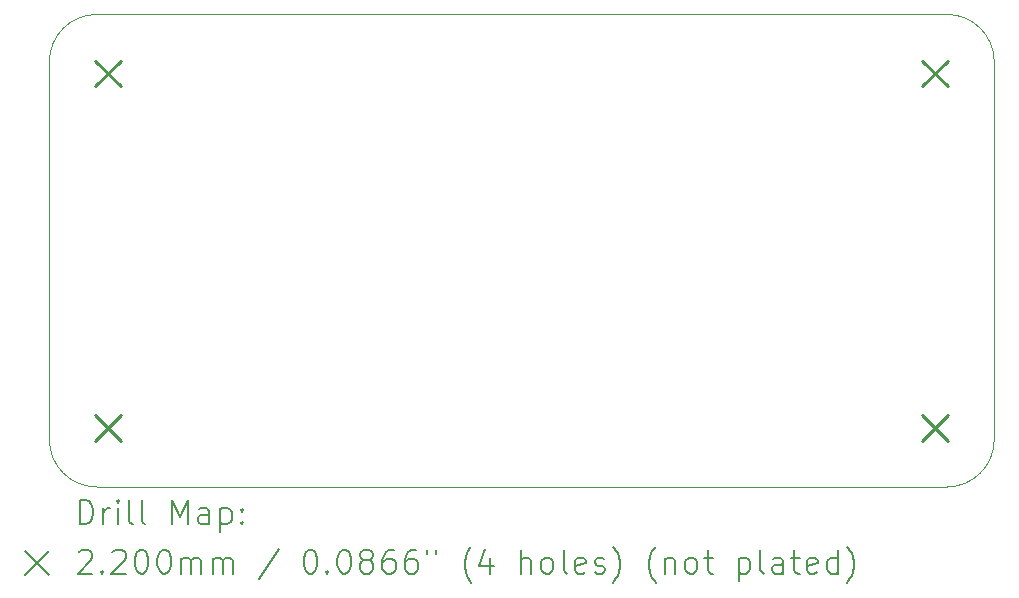
<source format=gbr>
%TF.GenerationSoftware,KiCad,Pcbnew,8.0.6-8.0.6-0~ubuntu24.04.1*%
%TF.CreationDate,2024-10-30T20:03:36+09:00*%
%TF.ProjectId,zatopos-ear-mic,7a61746f-706f-4732-9d65-61722d6d6963,rev?*%
%TF.SameCoordinates,Original*%
%TF.FileFunction,Drillmap*%
%TF.FilePolarity,Positive*%
%FSLAX45Y45*%
G04 Gerber Fmt 4.5, Leading zero omitted, Abs format (unit mm)*
G04 Created by KiCad (PCBNEW 8.0.6-8.0.6-0~ubuntu24.04.1) date 2024-10-30 20:03:36*
%MOMM*%
%LPD*%
G01*
G04 APERTURE LIST*
%ADD10C,0.050000*%
%ADD11C,0.200000*%
%ADD12C,0.220000*%
G04 APERTURE END LIST*
D10*
X18600000Y-8000000D02*
G75*
G02*
X19000000Y-8400000I0J-400000D01*
G01*
X11000000Y-8400000D02*
G75*
G02*
X11400000Y-8000000I400000J0D01*
G01*
X11400000Y-12000000D02*
G75*
G02*
X11000000Y-11600000I0J400000D01*
G01*
X19000000Y-11600000D02*
G75*
G02*
X18600000Y-12000000I-400000J0D01*
G01*
X11400000Y-8000000D02*
X18600000Y-8000000D01*
X18600000Y-12000000D02*
X11400000Y-12000000D01*
X11000000Y-8400000D02*
X11000000Y-11600000D01*
X19000000Y-8400000D02*
X19000000Y-11600000D01*
D11*
D12*
X11390000Y-8390000D02*
X11610000Y-8610000D01*
X11610000Y-8390000D02*
X11390000Y-8610000D01*
X11390000Y-11390000D02*
X11610000Y-11610000D01*
X11610000Y-11390000D02*
X11390000Y-11610000D01*
X18390000Y-8390000D02*
X18610000Y-8610000D01*
X18610000Y-8390000D02*
X18390000Y-8610000D01*
X18390000Y-11390000D02*
X18610000Y-11610000D01*
X18610000Y-11390000D02*
X18390000Y-11610000D01*
D11*
X11258277Y-12313984D02*
X11258277Y-12113984D01*
X11258277Y-12113984D02*
X11305896Y-12113984D01*
X11305896Y-12113984D02*
X11334467Y-12123508D01*
X11334467Y-12123508D02*
X11353515Y-12142555D01*
X11353515Y-12142555D02*
X11363039Y-12161603D01*
X11363039Y-12161603D02*
X11372562Y-12199698D01*
X11372562Y-12199698D02*
X11372562Y-12228269D01*
X11372562Y-12228269D02*
X11363039Y-12266365D01*
X11363039Y-12266365D02*
X11353515Y-12285412D01*
X11353515Y-12285412D02*
X11334467Y-12304460D01*
X11334467Y-12304460D02*
X11305896Y-12313984D01*
X11305896Y-12313984D02*
X11258277Y-12313984D01*
X11458277Y-12313984D02*
X11458277Y-12180650D01*
X11458277Y-12218746D02*
X11467801Y-12199698D01*
X11467801Y-12199698D02*
X11477324Y-12190174D01*
X11477324Y-12190174D02*
X11496372Y-12180650D01*
X11496372Y-12180650D02*
X11515420Y-12180650D01*
X11582086Y-12313984D02*
X11582086Y-12180650D01*
X11582086Y-12113984D02*
X11572562Y-12123508D01*
X11572562Y-12123508D02*
X11582086Y-12133031D01*
X11582086Y-12133031D02*
X11591610Y-12123508D01*
X11591610Y-12123508D02*
X11582086Y-12113984D01*
X11582086Y-12113984D02*
X11582086Y-12133031D01*
X11705896Y-12313984D02*
X11686848Y-12304460D01*
X11686848Y-12304460D02*
X11677324Y-12285412D01*
X11677324Y-12285412D02*
X11677324Y-12113984D01*
X11810658Y-12313984D02*
X11791610Y-12304460D01*
X11791610Y-12304460D02*
X11782086Y-12285412D01*
X11782086Y-12285412D02*
X11782086Y-12113984D01*
X12039229Y-12313984D02*
X12039229Y-12113984D01*
X12039229Y-12113984D02*
X12105896Y-12256841D01*
X12105896Y-12256841D02*
X12172562Y-12113984D01*
X12172562Y-12113984D02*
X12172562Y-12313984D01*
X12353515Y-12313984D02*
X12353515Y-12209222D01*
X12353515Y-12209222D02*
X12343991Y-12190174D01*
X12343991Y-12190174D02*
X12324943Y-12180650D01*
X12324943Y-12180650D02*
X12286848Y-12180650D01*
X12286848Y-12180650D02*
X12267801Y-12190174D01*
X12353515Y-12304460D02*
X12334467Y-12313984D01*
X12334467Y-12313984D02*
X12286848Y-12313984D01*
X12286848Y-12313984D02*
X12267801Y-12304460D01*
X12267801Y-12304460D02*
X12258277Y-12285412D01*
X12258277Y-12285412D02*
X12258277Y-12266365D01*
X12258277Y-12266365D02*
X12267801Y-12247317D01*
X12267801Y-12247317D02*
X12286848Y-12237793D01*
X12286848Y-12237793D02*
X12334467Y-12237793D01*
X12334467Y-12237793D02*
X12353515Y-12228269D01*
X12448753Y-12180650D02*
X12448753Y-12380650D01*
X12448753Y-12190174D02*
X12467801Y-12180650D01*
X12467801Y-12180650D02*
X12505896Y-12180650D01*
X12505896Y-12180650D02*
X12524943Y-12190174D01*
X12524943Y-12190174D02*
X12534467Y-12199698D01*
X12534467Y-12199698D02*
X12543991Y-12218746D01*
X12543991Y-12218746D02*
X12543991Y-12275888D01*
X12543991Y-12275888D02*
X12534467Y-12294936D01*
X12534467Y-12294936D02*
X12524943Y-12304460D01*
X12524943Y-12304460D02*
X12505896Y-12313984D01*
X12505896Y-12313984D02*
X12467801Y-12313984D01*
X12467801Y-12313984D02*
X12448753Y-12304460D01*
X12629705Y-12294936D02*
X12639229Y-12304460D01*
X12639229Y-12304460D02*
X12629705Y-12313984D01*
X12629705Y-12313984D02*
X12620182Y-12304460D01*
X12620182Y-12304460D02*
X12629705Y-12294936D01*
X12629705Y-12294936D02*
X12629705Y-12313984D01*
X12629705Y-12190174D02*
X12639229Y-12199698D01*
X12639229Y-12199698D02*
X12629705Y-12209222D01*
X12629705Y-12209222D02*
X12620182Y-12199698D01*
X12620182Y-12199698D02*
X12629705Y-12190174D01*
X12629705Y-12190174D02*
X12629705Y-12209222D01*
X10797500Y-12542500D02*
X10997500Y-12742500D01*
X10997500Y-12542500D02*
X10797500Y-12742500D01*
X11248753Y-12553031D02*
X11258277Y-12543508D01*
X11258277Y-12543508D02*
X11277324Y-12533984D01*
X11277324Y-12533984D02*
X11324943Y-12533984D01*
X11324943Y-12533984D02*
X11343991Y-12543508D01*
X11343991Y-12543508D02*
X11353515Y-12553031D01*
X11353515Y-12553031D02*
X11363039Y-12572079D01*
X11363039Y-12572079D02*
X11363039Y-12591127D01*
X11363039Y-12591127D02*
X11353515Y-12619698D01*
X11353515Y-12619698D02*
X11239229Y-12733984D01*
X11239229Y-12733984D02*
X11363039Y-12733984D01*
X11448753Y-12714936D02*
X11458277Y-12724460D01*
X11458277Y-12724460D02*
X11448753Y-12733984D01*
X11448753Y-12733984D02*
X11439229Y-12724460D01*
X11439229Y-12724460D02*
X11448753Y-12714936D01*
X11448753Y-12714936D02*
X11448753Y-12733984D01*
X11534467Y-12553031D02*
X11543991Y-12543508D01*
X11543991Y-12543508D02*
X11563039Y-12533984D01*
X11563039Y-12533984D02*
X11610658Y-12533984D01*
X11610658Y-12533984D02*
X11629705Y-12543508D01*
X11629705Y-12543508D02*
X11639229Y-12553031D01*
X11639229Y-12553031D02*
X11648753Y-12572079D01*
X11648753Y-12572079D02*
X11648753Y-12591127D01*
X11648753Y-12591127D02*
X11639229Y-12619698D01*
X11639229Y-12619698D02*
X11524943Y-12733984D01*
X11524943Y-12733984D02*
X11648753Y-12733984D01*
X11772562Y-12533984D02*
X11791610Y-12533984D01*
X11791610Y-12533984D02*
X11810658Y-12543508D01*
X11810658Y-12543508D02*
X11820182Y-12553031D01*
X11820182Y-12553031D02*
X11829705Y-12572079D01*
X11829705Y-12572079D02*
X11839229Y-12610174D01*
X11839229Y-12610174D02*
X11839229Y-12657793D01*
X11839229Y-12657793D02*
X11829705Y-12695888D01*
X11829705Y-12695888D02*
X11820182Y-12714936D01*
X11820182Y-12714936D02*
X11810658Y-12724460D01*
X11810658Y-12724460D02*
X11791610Y-12733984D01*
X11791610Y-12733984D02*
X11772562Y-12733984D01*
X11772562Y-12733984D02*
X11753515Y-12724460D01*
X11753515Y-12724460D02*
X11743991Y-12714936D01*
X11743991Y-12714936D02*
X11734467Y-12695888D01*
X11734467Y-12695888D02*
X11724943Y-12657793D01*
X11724943Y-12657793D02*
X11724943Y-12610174D01*
X11724943Y-12610174D02*
X11734467Y-12572079D01*
X11734467Y-12572079D02*
X11743991Y-12553031D01*
X11743991Y-12553031D02*
X11753515Y-12543508D01*
X11753515Y-12543508D02*
X11772562Y-12533984D01*
X11963039Y-12533984D02*
X11982086Y-12533984D01*
X11982086Y-12533984D02*
X12001134Y-12543508D01*
X12001134Y-12543508D02*
X12010658Y-12553031D01*
X12010658Y-12553031D02*
X12020182Y-12572079D01*
X12020182Y-12572079D02*
X12029705Y-12610174D01*
X12029705Y-12610174D02*
X12029705Y-12657793D01*
X12029705Y-12657793D02*
X12020182Y-12695888D01*
X12020182Y-12695888D02*
X12010658Y-12714936D01*
X12010658Y-12714936D02*
X12001134Y-12724460D01*
X12001134Y-12724460D02*
X11982086Y-12733984D01*
X11982086Y-12733984D02*
X11963039Y-12733984D01*
X11963039Y-12733984D02*
X11943991Y-12724460D01*
X11943991Y-12724460D02*
X11934467Y-12714936D01*
X11934467Y-12714936D02*
X11924943Y-12695888D01*
X11924943Y-12695888D02*
X11915420Y-12657793D01*
X11915420Y-12657793D02*
X11915420Y-12610174D01*
X11915420Y-12610174D02*
X11924943Y-12572079D01*
X11924943Y-12572079D02*
X11934467Y-12553031D01*
X11934467Y-12553031D02*
X11943991Y-12543508D01*
X11943991Y-12543508D02*
X11963039Y-12533984D01*
X12115420Y-12733984D02*
X12115420Y-12600650D01*
X12115420Y-12619698D02*
X12124943Y-12610174D01*
X12124943Y-12610174D02*
X12143991Y-12600650D01*
X12143991Y-12600650D02*
X12172563Y-12600650D01*
X12172563Y-12600650D02*
X12191610Y-12610174D01*
X12191610Y-12610174D02*
X12201134Y-12629222D01*
X12201134Y-12629222D02*
X12201134Y-12733984D01*
X12201134Y-12629222D02*
X12210658Y-12610174D01*
X12210658Y-12610174D02*
X12229705Y-12600650D01*
X12229705Y-12600650D02*
X12258277Y-12600650D01*
X12258277Y-12600650D02*
X12277324Y-12610174D01*
X12277324Y-12610174D02*
X12286848Y-12629222D01*
X12286848Y-12629222D02*
X12286848Y-12733984D01*
X12382086Y-12733984D02*
X12382086Y-12600650D01*
X12382086Y-12619698D02*
X12391610Y-12610174D01*
X12391610Y-12610174D02*
X12410658Y-12600650D01*
X12410658Y-12600650D02*
X12439229Y-12600650D01*
X12439229Y-12600650D02*
X12458277Y-12610174D01*
X12458277Y-12610174D02*
X12467801Y-12629222D01*
X12467801Y-12629222D02*
X12467801Y-12733984D01*
X12467801Y-12629222D02*
X12477324Y-12610174D01*
X12477324Y-12610174D02*
X12496372Y-12600650D01*
X12496372Y-12600650D02*
X12524943Y-12600650D01*
X12524943Y-12600650D02*
X12543991Y-12610174D01*
X12543991Y-12610174D02*
X12553515Y-12629222D01*
X12553515Y-12629222D02*
X12553515Y-12733984D01*
X12943991Y-12524460D02*
X12772563Y-12781603D01*
X13201134Y-12533984D02*
X13220182Y-12533984D01*
X13220182Y-12533984D02*
X13239229Y-12543508D01*
X13239229Y-12543508D02*
X13248753Y-12553031D01*
X13248753Y-12553031D02*
X13258277Y-12572079D01*
X13258277Y-12572079D02*
X13267801Y-12610174D01*
X13267801Y-12610174D02*
X13267801Y-12657793D01*
X13267801Y-12657793D02*
X13258277Y-12695888D01*
X13258277Y-12695888D02*
X13248753Y-12714936D01*
X13248753Y-12714936D02*
X13239229Y-12724460D01*
X13239229Y-12724460D02*
X13220182Y-12733984D01*
X13220182Y-12733984D02*
X13201134Y-12733984D01*
X13201134Y-12733984D02*
X13182086Y-12724460D01*
X13182086Y-12724460D02*
X13172563Y-12714936D01*
X13172563Y-12714936D02*
X13163039Y-12695888D01*
X13163039Y-12695888D02*
X13153515Y-12657793D01*
X13153515Y-12657793D02*
X13153515Y-12610174D01*
X13153515Y-12610174D02*
X13163039Y-12572079D01*
X13163039Y-12572079D02*
X13172563Y-12553031D01*
X13172563Y-12553031D02*
X13182086Y-12543508D01*
X13182086Y-12543508D02*
X13201134Y-12533984D01*
X13353515Y-12714936D02*
X13363039Y-12724460D01*
X13363039Y-12724460D02*
X13353515Y-12733984D01*
X13353515Y-12733984D02*
X13343991Y-12724460D01*
X13343991Y-12724460D02*
X13353515Y-12714936D01*
X13353515Y-12714936D02*
X13353515Y-12733984D01*
X13486848Y-12533984D02*
X13505896Y-12533984D01*
X13505896Y-12533984D02*
X13524944Y-12543508D01*
X13524944Y-12543508D02*
X13534467Y-12553031D01*
X13534467Y-12553031D02*
X13543991Y-12572079D01*
X13543991Y-12572079D02*
X13553515Y-12610174D01*
X13553515Y-12610174D02*
X13553515Y-12657793D01*
X13553515Y-12657793D02*
X13543991Y-12695888D01*
X13543991Y-12695888D02*
X13534467Y-12714936D01*
X13534467Y-12714936D02*
X13524944Y-12724460D01*
X13524944Y-12724460D02*
X13505896Y-12733984D01*
X13505896Y-12733984D02*
X13486848Y-12733984D01*
X13486848Y-12733984D02*
X13467801Y-12724460D01*
X13467801Y-12724460D02*
X13458277Y-12714936D01*
X13458277Y-12714936D02*
X13448753Y-12695888D01*
X13448753Y-12695888D02*
X13439229Y-12657793D01*
X13439229Y-12657793D02*
X13439229Y-12610174D01*
X13439229Y-12610174D02*
X13448753Y-12572079D01*
X13448753Y-12572079D02*
X13458277Y-12553031D01*
X13458277Y-12553031D02*
X13467801Y-12543508D01*
X13467801Y-12543508D02*
X13486848Y-12533984D01*
X13667801Y-12619698D02*
X13648753Y-12610174D01*
X13648753Y-12610174D02*
X13639229Y-12600650D01*
X13639229Y-12600650D02*
X13629706Y-12581603D01*
X13629706Y-12581603D02*
X13629706Y-12572079D01*
X13629706Y-12572079D02*
X13639229Y-12553031D01*
X13639229Y-12553031D02*
X13648753Y-12543508D01*
X13648753Y-12543508D02*
X13667801Y-12533984D01*
X13667801Y-12533984D02*
X13705896Y-12533984D01*
X13705896Y-12533984D02*
X13724944Y-12543508D01*
X13724944Y-12543508D02*
X13734467Y-12553031D01*
X13734467Y-12553031D02*
X13743991Y-12572079D01*
X13743991Y-12572079D02*
X13743991Y-12581603D01*
X13743991Y-12581603D02*
X13734467Y-12600650D01*
X13734467Y-12600650D02*
X13724944Y-12610174D01*
X13724944Y-12610174D02*
X13705896Y-12619698D01*
X13705896Y-12619698D02*
X13667801Y-12619698D01*
X13667801Y-12619698D02*
X13648753Y-12629222D01*
X13648753Y-12629222D02*
X13639229Y-12638746D01*
X13639229Y-12638746D02*
X13629706Y-12657793D01*
X13629706Y-12657793D02*
X13629706Y-12695888D01*
X13629706Y-12695888D02*
X13639229Y-12714936D01*
X13639229Y-12714936D02*
X13648753Y-12724460D01*
X13648753Y-12724460D02*
X13667801Y-12733984D01*
X13667801Y-12733984D02*
X13705896Y-12733984D01*
X13705896Y-12733984D02*
X13724944Y-12724460D01*
X13724944Y-12724460D02*
X13734467Y-12714936D01*
X13734467Y-12714936D02*
X13743991Y-12695888D01*
X13743991Y-12695888D02*
X13743991Y-12657793D01*
X13743991Y-12657793D02*
X13734467Y-12638746D01*
X13734467Y-12638746D02*
X13724944Y-12629222D01*
X13724944Y-12629222D02*
X13705896Y-12619698D01*
X13915420Y-12533984D02*
X13877325Y-12533984D01*
X13877325Y-12533984D02*
X13858277Y-12543508D01*
X13858277Y-12543508D02*
X13848753Y-12553031D01*
X13848753Y-12553031D02*
X13829706Y-12581603D01*
X13829706Y-12581603D02*
X13820182Y-12619698D01*
X13820182Y-12619698D02*
X13820182Y-12695888D01*
X13820182Y-12695888D02*
X13829706Y-12714936D01*
X13829706Y-12714936D02*
X13839229Y-12724460D01*
X13839229Y-12724460D02*
X13858277Y-12733984D01*
X13858277Y-12733984D02*
X13896372Y-12733984D01*
X13896372Y-12733984D02*
X13915420Y-12724460D01*
X13915420Y-12724460D02*
X13924944Y-12714936D01*
X13924944Y-12714936D02*
X13934467Y-12695888D01*
X13934467Y-12695888D02*
X13934467Y-12648269D01*
X13934467Y-12648269D02*
X13924944Y-12629222D01*
X13924944Y-12629222D02*
X13915420Y-12619698D01*
X13915420Y-12619698D02*
X13896372Y-12610174D01*
X13896372Y-12610174D02*
X13858277Y-12610174D01*
X13858277Y-12610174D02*
X13839229Y-12619698D01*
X13839229Y-12619698D02*
X13829706Y-12629222D01*
X13829706Y-12629222D02*
X13820182Y-12648269D01*
X14105896Y-12533984D02*
X14067801Y-12533984D01*
X14067801Y-12533984D02*
X14048753Y-12543508D01*
X14048753Y-12543508D02*
X14039229Y-12553031D01*
X14039229Y-12553031D02*
X14020182Y-12581603D01*
X14020182Y-12581603D02*
X14010658Y-12619698D01*
X14010658Y-12619698D02*
X14010658Y-12695888D01*
X14010658Y-12695888D02*
X14020182Y-12714936D01*
X14020182Y-12714936D02*
X14029706Y-12724460D01*
X14029706Y-12724460D02*
X14048753Y-12733984D01*
X14048753Y-12733984D02*
X14086848Y-12733984D01*
X14086848Y-12733984D02*
X14105896Y-12724460D01*
X14105896Y-12724460D02*
X14115420Y-12714936D01*
X14115420Y-12714936D02*
X14124944Y-12695888D01*
X14124944Y-12695888D02*
X14124944Y-12648269D01*
X14124944Y-12648269D02*
X14115420Y-12629222D01*
X14115420Y-12629222D02*
X14105896Y-12619698D01*
X14105896Y-12619698D02*
X14086848Y-12610174D01*
X14086848Y-12610174D02*
X14048753Y-12610174D01*
X14048753Y-12610174D02*
X14029706Y-12619698D01*
X14029706Y-12619698D02*
X14020182Y-12629222D01*
X14020182Y-12629222D02*
X14010658Y-12648269D01*
X14201134Y-12533984D02*
X14201134Y-12572079D01*
X14277325Y-12533984D02*
X14277325Y-12572079D01*
X14572563Y-12810174D02*
X14563039Y-12800650D01*
X14563039Y-12800650D02*
X14543991Y-12772079D01*
X14543991Y-12772079D02*
X14534468Y-12753031D01*
X14534468Y-12753031D02*
X14524944Y-12724460D01*
X14524944Y-12724460D02*
X14515420Y-12676841D01*
X14515420Y-12676841D02*
X14515420Y-12638746D01*
X14515420Y-12638746D02*
X14524944Y-12591127D01*
X14524944Y-12591127D02*
X14534468Y-12562555D01*
X14534468Y-12562555D02*
X14543991Y-12543508D01*
X14543991Y-12543508D02*
X14563039Y-12514936D01*
X14563039Y-12514936D02*
X14572563Y-12505412D01*
X14734468Y-12600650D02*
X14734468Y-12733984D01*
X14686848Y-12524460D02*
X14639229Y-12667317D01*
X14639229Y-12667317D02*
X14763039Y-12667317D01*
X14991610Y-12733984D02*
X14991610Y-12533984D01*
X15077325Y-12733984D02*
X15077325Y-12629222D01*
X15077325Y-12629222D02*
X15067801Y-12610174D01*
X15067801Y-12610174D02*
X15048753Y-12600650D01*
X15048753Y-12600650D02*
X15020182Y-12600650D01*
X15020182Y-12600650D02*
X15001134Y-12610174D01*
X15001134Y-12610174D02*
X14991610Y-12619698D01*
X15201134Y-12733984D02*
X15182087Y-12724460D01*
X15182087Y-12724460D02*
X15172563Y-12714936D01*
X15172563Y-12714936D02*
X15163039Y-12695888D01*
X15163039Y-12695888D02*
X15163039Y-12638746D01*
X15163039Y-12638746D02*
X15172563Y-12619698D01*
X15172563Y-12619698D02*
X15182087Y-12610174D01*
X15182087Y-12610174D02*
X15201134Y-12600650D01*
X15201134Y-12600650D02*
X15229706Y-12600650D01*
X15229706Y-12600650D02*
X15248753Y-12610174D01*
X15248753Y-12610174D02*
X15258277Y-12619698D01*
X15258277Y-12619698D02*
X15267801Y-12638746D01*
X15267801Y-12638746D02*
X15267801Y-12695888D01*
X15267801Y-12695888D02*
X15258277Y-12714936D01*
X15258277Y-12714936D02*
X15248753Y-12724460D01*
X15248753Y-12724460D02*
X15229706Y-12733984D01*
X15229706Y-12733984D02*
X15201134Y-12733984D01*
X15382087Y-12733984D02*
X15363039Y-12724460D01*
X15363039Y-12724460D02*
X15353515Y-12705412D01*
X15353515Y-12705412D02*
X15353515Y-12533984D01*
X15534468Y-12724460D02*
X15515420Y-12733984D01*
X15515420Y-12733984D02*
X15477325Y-12733984D01*
X15477325Y-12733984D02*
X15458277Y-12724460D01*
X15458277Y-12724460D02*
X15448753Y-12705412D01*
X15448753Y-12705412D02*
X15448753Y-12629222D01*
X15448753Y-12629222D02*
X15458277Y-12610174D01*
X15458277Y-12610174D02*
X15477325Y-12600650D01*
X15477325Y-12600650D02*
X15515420Y-12600650D01*
X15515420Y-12600650D02*
X15534468Y-12610174D01*
X15534468Y-12610174D02*
X15543991Y-12629222D01*
X15543991Y-12629222D02*
X15543991Y-12648269D01*
X15543991Y-12648269D02*
X15448753Y-12667317D01*
X15620182Y-12724460D02*
X15639230Y-12733984D01*
X15639230Y-12733984D02*
X15677325Y-12733984D01*
X15677325Y-12733984D02*
X15696372Y-12724460D01*
X15696372Y-12724460D02*
X15705896Y-12705412D01*
X15705896Y-12705412D02*
X15705896Y-12695888D01*
X15705896Y-12695888D02*
X15696372Y-12676841D01*
X15696372Y-12676841D02*
X15677325Y-12667317D01*
X15677325Y-12667317D02*
X15648753Y-12667317D01*
X15648753Y-12667317D02*
X15629706Y-12657793D01*
X15629706Y-12657793D02*
X15620182Y-12638746D01*
X15620182Y-12638746D02*
X15620182Y-12629222D01*
X15620182Y-12629222D02*
X15629706Y-12610174D01*
X15629706Y-12610174D02*
X15648753Y-12600650D01*
X15648753Y-12600650D02*
X15677325Y-12600650D01*
X15677325Y-12600650D02*
X15696372Y-12610174D01*
X15772563Y-12810174D02*
X15782087Y-12800650D01*
X15782087Y-12800650D02*
X15801134Y-12772079D01*
X15801134Y-12772079D02*
X15810658Y-12753031D01*
X15810658Y-12753031D02*
X15820182Y-12724460D01*
X15820182Y-12724460D02*
X15829706Y-12676841D01*
X15829706Y-12676841D02*
X15829706Y-12638746D01*
X15829706Y-12638746D02*
X15820182Y-12591127D01*
X15820182Y-12591127D02*
X15810658Y-12562555D01*
X15810658Y-12562555D02*
X15801134Y-12543508D01*
X15801134Y-12543508D02*
X15782087Y-12514936D01*
X15782087Y-12514936D02*
X15772563Y-12505412D01*
X16134468Y-12810174D02*
X16124944Y-12800650D01*
X16124944Y-12800650D02*
X16105896Y-12772079D01*
X16105896Y-12772079D02*
X16096372Y-12753031D01*
X16096372Y-12753031D02*
X16086849Y-12724460D01*
X16086849Y-12724460D02*
X16077325Y-12676841D01*
X16077325Y-12676841D02*
X16077325Y-12638746D01*
X16077325Y-12638746D02*
X16086849Y-12591127D01*
X16086849Y-12591127D02*
X16096372Y-12562555D01*
X16096372Y-12562555D02*
X16105896Y-12543508D01*
X16105896Y-12543508D02*
X16124944Y-12514936D01*
X16124944Y-12514936D02*
X16134468Y-12505412D01*
X16210658Y-12600650D02*
X16210658Y-12733984D01*
X16210658Y-12619698D02*
X16220182Y-12610174D01*
X16220182Y-12610174D02*
X16239230Y-12600650D01*
X16239230Y-12600650D02*
X16267801Y-12600650D01*
X16267801Y-12600650D02*
X16286849Y-12610174D01*
X16286849Y-12610174D02*
X16296372Y-12629222D01*
X16296372Y-12629222D02*
X16296372Y-12733984D01*
X16420182Y-12733984D02*
X16401134Y-12724460D01*
X16401134Y-12724460D02*
X16391611Y-12714936D01*
X16391611Y-12714936D02*
X16382087Y-12695888D01*
X16382087Y-12695888D02*
X16382087Y-12638746D01*
X16382087Y-12638746D02*
X16391611Y-12619698D01*
X16391611Y-12619698D02*
X16401134Y-12610174D01*
X16401134Y-12610174D02*
X16420182Y-12600650D01*
X16420182Y-12600650D02*
X16448753Y-12600650D01*
X16448753Y-12600650D02*
X16467801Y-12610174D01*
X16467801Y-12610174D02*
X16477325Y-12619698D01*
X16477325Y-12619698D02*
X16486849Y-12638746D01*
X16486849Y-12638746D02*
X16486849Y-12695888D01*
X16486849Y-12695888D02*
X16477325Y-12714936D01*
X16477325Y-12714936D02*
X16467801Y-12724460D01*
X16467801Y-12724460D02*
X16448753Y-12733984D01*
X16448753Y-12733984D02*
X16420182Y-12733984D01*
X16543992Y-12600650D02*
X16620182Y-12600650D01*
X16572563Y-12533984D02*
X16572563Y-12705412D01*
X16572563Y-12705412D02*
X16582087Y-12724460D01*
X16582087Y-12724460D02*
X16601134Y-12733984D01*
X16601134Y-12733984D02*
X16620182Y-12733984D01*
X16839230Y-12600650D02*
X16839230Y-12800650D01*
X16839230Y-12610174D02*
X16858277Y-12600650D01*
X16858277Y-12600650D02*
X16896373Y-12600650D01*
X16896373Y-12600650D02*
X16915420Y-12610174D01*
X16915420Y-12610174D02*
X16924944Y-12619698D01*
X16924944Y-12619698D02*
X16934468Y-12638746D01*
X16934468Y-12638746D02*
X16934468Y-12695888D01*
X16934468Y-12695888D02*
X16924944Y-12714936D01*
X16924944Y-12714936D02*
X16915420Y-12724460D01*
X16915420Y-12724460D02*
X16896373Y-12733984D01*
X16896373Y-12733984D02*
X16858277Y-12733984D01*
X16858277Y-12733984D02*
X16839230Y-12724460D01*
X17048754Y-12733984D02*
X17029706Y-12724460D01*
X17029706Y-12724460D02*
X17020182Y-12705412D01*
X17020182Y-12705412D02*
X17020182Y-12533984D01*
X17210658Y-12733984D02*
X17210658Y-12629222D01*
X17210658Y-12629222D02*
X17201135Y-12610174D01*
X17201135Y-12610174D02*
X17182087Y-12600650D01*
X17182087Y-12600650D02*
X17143992Y-12600650D01*
X17143992Y-12600650D02*
X17124944Y-12610174D01*
X17210658Y-12724460D02*
X17191611Y-12733984D01*
X17191611Y-12733984D02*
X17143992Y-12733984D01*
X17143992Y-12733984D02*
X17124944Y-12724460D01*
X17124944Y-12724460D02*
X17115420Y-12705412D01*
X17115420Y-12705412D02*
X17115420Y-12686365D01*
X17115420Y-12686365D02*
X17124944Y-12667317D01*
X17124944Y-12667317D02*
X17143992Y-12657793D01*
X17143992Y-12657793D02*
X17191611Y-12657793D01*
X17191611Y-12657793D02*
X17210658Y-12648269D01*
X17277325Y-12600650D02*
X17353515Y-12600650D01*
X17305896Y-12533984D02*
X17305896Y-12705412D01*
X17305896Y-12705412D02*
X17315420Y-12724460D01*
X17315420Y-12724460D02*
X17334468Y-12733984D01*
X17334468Y-12733984D02*
X17353515Y-12733984D01*
X17496373Y-12724460D02*
X17477325Y-12733984D01*
X17477325Y-12733984D02*
X17439230Y-12733984D01*
X17439230Y-12733984D02*
X17420182Y-12724460D01*
X17420182Y-12724460D02*
X17410658Y-12705412D01*
X17410658Y-12705412D02*
X17410658Y-12629222D01*
X17410658Y-12629222D02*
X17420182Y-12610174D01*
X17420182Y-12610174D02*
X17439230Y-12600650D01*
X17439230Y-12600650D02*
X17477325Y-12600650D01*
X17477325Y-12600650D02*
X17496373Y-12610174D01*
X17496373Y-12610174D02*
X17505896Y-12629222D01*
X17505896Y-12629222D02*
X17505896Y-12648269D01*
X17505896Y-12648269D02*
X17410658Y-12667317D01*
X17677325Y-12733984D02*
X17677325Y-12533984D01*
X17677325Y-12724460D02*
X17658277Y-12733984D01*
X17658277Y-12733984D02*
X17620182Y-12733984D01*
X17620182Y-12733984D02*
X17601135Y-12724460D01*
X17601135Y-12724460D02*
X17591611Y-12714936D01*
X17591611Y-12714936D02*
X17582087Y-12695888D01*
X17582087Y-12695888D02*
X17582087Y-12638746D01*
X17582087Y-12638746D02*
X17591611Y-12619698D01*
X17591611Y-12619698D02*
X17601135Y-12610174D01*
X17601135Y-12610174D02*
X17620182Y-12600650D01*
X17620182Y-12600650D02*
X17658277Y-12600650D01*
X17658277Y-12600650D02*
X17677325Y-12610174D01*
X17753516Y-12810174D02*
X17763039Y-12800650D01*
X17763039Y-12800650D02*
X17782087Y-12772079D01*
X17782087Y-12772079D02*
X17791611Y-12753031D01*
X17791611Y-12753031D02*
X17801135Y-12724460D01*
X17801135Y-12724460D02*
X17810658Y-12676841D01*
X17810658Y-12676841D02*
X17810658Y-12638746D01*
X17810658Y-12638746D02*
X17801135Y-12591127D01*
X17801135Y-12591127D02*
X17791611Y-12562555D01*
X17791611Y-12562555D02*
X17782087Y-12543508D01*
X17782087Y-12543508D02*
X17763039Y-12514936D01*
X17763039Y-12514936D02*
X17753516Y-12505412D01*
M02*

</source>
